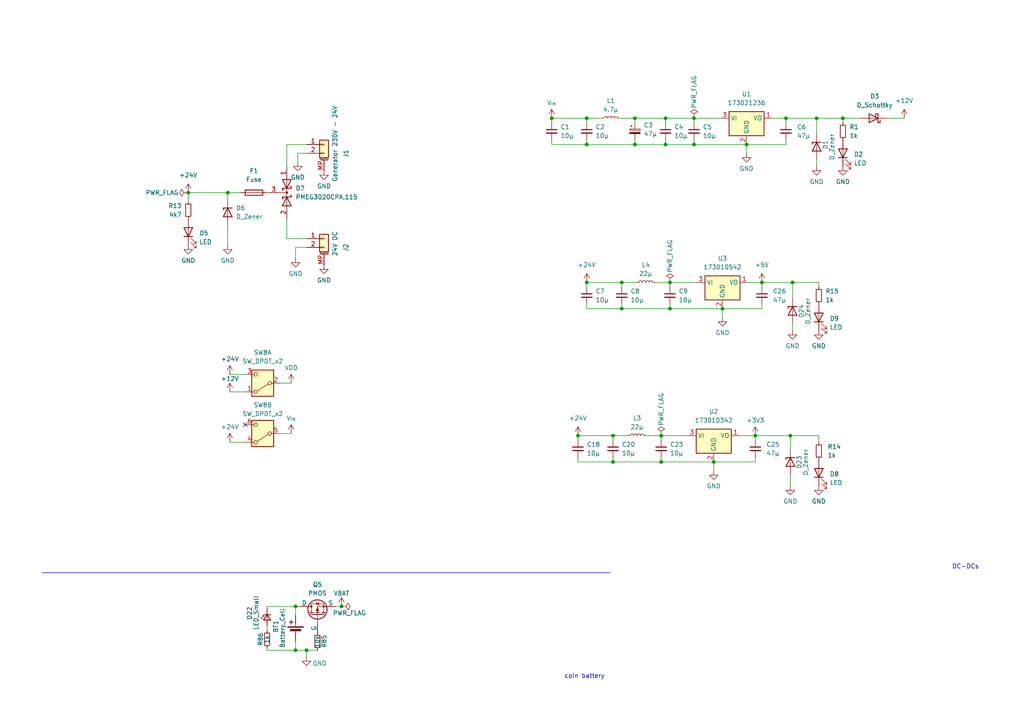
<source format=kicad_sch>
(kicad_sch (version 20250114) (generator "eeschema") (generator_version "9.0")
  (paper "A4")
  (lib_symbols
    (symbol "Connector_Generic_MountingPin:Conn_01x02_MountingPin" (pin_names (offset 1.016) (hide yes))
      (property "Reference" "J" (at 0 2.54 0))
      (property "Value" "Conn_01x02_MountingPin" (at 1.27 -5.08 0))
      (symbol "Conn_01x02_MountingPin_1_1"
        (rectangle (start -1.27 1.27) (end 1.27 -3.81) (stroke (width 0.254)) (fill (type background)))
        (rectangle (start -1.27 0.127) (end 0 -0.127) (stroke (width 0.1524)))
        (rectangle (start -1.27 -2.413) (end 0 -2.667) (stroke (width 0.1524)))
        (polyline (pts (xy -1.016 -4.572) (xy 1.016 -4.572)) (stroke (width 0.1524)))
        (text "Mounting" (at 0 -4.191 0) (effects (font (size 0.381 0.381))))
        (pin passive line (at -5.08 0 0) (length 3.81) (name "Pin_1") (number "1"))
        (pin passive line (at -5.08 -2.54 0) (length 3.81) (name "Pin_2") (number "2"))
        (pin passive line (at 0 -7.62 90) (length 3.048) (name "MountPin") (number "MP"))
      )
    )
    (symbol "D_Zener_1" (pin_numbers (hide yes)) (pin_names (offset 1.016) (hide yes))
      (property "Reference" "D1" (at -1.905 -2.54 0))
      (property "Value" "D_Zener" (at -3.81 -4.445 0))
      (symbol "D_Zener_1_0_1"
        (polyline (pts (xy -1.27 -1.27) (xy -1.27 1.27) (xy -0.762 1.27)) (stroke (width 0.254)))
        (polyline (pts (xy 1.27 0) (xy -1.27 0)))
        (polyline (pts (xy 1.27 -1.27) (xy 1.27 1.27) (xy -1.27 0) (xy 1.27 -1.27)) (stroke (width 0.254)))
      )
      (symbol "D_Zener_1_1_1"
        (pin passive line (at -3.81 0 0) (length 2.54) (name "K") (number "3"))
        (pin passive line (at 3.81 0 180) (length 2.54) (name "A") (number "1"))
      )
    )
    (symbol "Device:Battery_Cell" (pin_numbers (hide yes)) (pin_names (offset 0) (hide yes))
      (property "Reference" "BT" (at 2.54 2.54 0))
      (property "Value" "Battery_Cell" (at 2.54 0 0))
      (symbol "Battery_Cell_0_1"
        (rectangle (start -2.286 1.778) (end 2.286 1.524) (fill (type outline)))
        (rectangle (start -1.524 1.016) (end 1.524 0.508) (fill (type outline)))
        (polyline (pts (xy 0 1.778) (xy 0 2.54)))
        (polyline (pts (xy 0 0.762) (xy 0 0)))
        (polyline (pts (xy 0.762 3.048) (xy 1.778 3.048)) (stroke (width 0.254)))
        (polyline (pts (xy 1.27 3.556) (xy 1.27 2.54)) (stroke (width 0.254)))
      )
      (symbol "Battery_Cell_1_1"
        (pin passive line (at 0 5.08 270) (length 2.54) (name "+") (number "1"))
        (pin passive line (at 0 -2.54 90) (length 2.54) (name "-") (number "2"))
      )
    )
    (symbol "Device:C_Polarized_Small" (pin_numbers (hide yes)) (pin_names (offset 0.254) (hide yes))
      (property "Reference" "C" (at 0.254 1.778 0))
      (property "Value" "C_Polarized_Small" (at 0.254 -2.032 0))
      (symbol "C_Polarized_Small_0_1"
        (rectangle (start -1.524 0.6858) (end 1.524 0.3048))
        (rectangle (start -1.524 -0.3048) (end 1.524 -0.6858) (fill (type outline)))
        (polyline (pts (xy -1.27 1.524) (xy -0.762 1.524)))
        (polyline (pts (xy -1.016 1.27) (xy -1.016 1.778)))
      )
      (symbol "C_Polarized_Small_1_1"
        (pin passive line (at 0 2.54 270) (length 1.8542) (name "~") (number "1"))
        (pin passive line (at 0 -2.54 90) (length 1.8542) (name "~") (number "2"))
      )
    )
    (symbol "Device:C_Small" (pin_numbers (hide yes)) (pin_names (offset 0.254) (hide yes))
      (property "Reference" "C" (at 0.254 1.778 0))
      (property "Value" "C_Small" (at 0.254 -2.032 0))
      (symbol "C_Small_0_1"
        (polyline (pts (xy -1.524 0.508) (xy 1.524 0.508)) (stroke (width 0.3048)))
        (polyline (pts (xy -1.524 -0.508) (xy 1.524 -0.508)) (stroke (width 0.3302)))
      )
      (symbol "C_Small_1_1"
        (pin passive line (at 0 2.54 270) (length 2.032) (name "~") (number "1"))
        (pin passive line (at 0 -2.54 90) (length 2.032) (name "~") (number "2"))
      )
    )
    (symbol "Device:D_Schottky" (pin_numbers (hide yes)) (pin_names (offset 1.016) (hide yes))
      (property "Reference" "D3" (at -0.3175 -6.35 0))
      (property "Value" "D_Schottky" (at -0.3175 -3.81 0))
      (symbol "D_Schottky_0_1"
        (polyline (pts (xy -1.905 0.635) (xy -1.905 1.27) (xy -1.27 1.27) (xy -1.27 -1.27) (xy -0.635 -1.27) (xy -0.635 -0.635)) (stroke (width 0.254)))
        (polyline (pts (xy 1.27 1.27) (xy 1.27 -1.27) (xy -1.27 0) (xy 1.27 1.27)) (stroke (width 0.254)))
        (polyline (pts (xy 1.27 0) (xy -1.27 0)))
      )
      (symbol "D_Schottky_1_1"
        (pin passive line (at -3.81 0 0) (length 2.54) (name "K") (number "3"))
        (pin passive line (at 3.81 0 180) (length 2.54) (name "A") (number "2"))
      )
    )
    (symbol "Device:D_Schottky_Dual_CommonCathode_AAK" (pin_names (offset 0.762) (hide yes))
      (property "Reference" "D" (at 1.27 -2.54 0))
      (property "Value" "D_Schottky_Dual_CommonCathode_AAK" (at 0 2.54 0))
      (symbol "D_Schottky_Dual_CommonCathode_AAK_0_1"
        (polyline (pts (xy -3.81 1.27) (xy -1.27 0) (xy -3.81 -1.27) (xy -3.81 1.27) (xy -3.81 1.27) (xy -3.81 1.27)) (stroke (width 0.254)))
        (polyline (pts (xy -3.81 0) (xy 3.81 0)))
        (polyline (pts (xy -1.778 1.016) (xy -1.778 1.27) (xy -1.27 1.27) (xy -1.27 1.27) (xy -1.27 1.27)) (stroke (width 0.254)))
        (polyline (pts (xy -1.27 -1.27) (xy -1.27 1.27) (xy -1.27 1.27)) (stroke (width 0.254)))
        (polyline (pts (xy -1.27 -1.27) (xy -0.762 -1.27) (xy -0.762 -1.016) (xy -0.762 -1.016)) (stroke (width 0.254)))
        (polyline (pts (xy 0 0) (xy 0 -2.54)))
        (circle (center 0 0) (radius 0.254) (fill (type outline)))
        (polyline (pts (xy 1.27 1.27) (xy 0.762 1.27) (xy 0.762 1.016) (xy 0.762 1.016)) (stroke (width 0.254)))
        (polyline (pts (xy 1.27 -1.27) (xy 1.27 1.27) (xy 1.27 1.27)) (stroke (width 0.254)))
        (polyline (pts (xy 1.27 -1.27) (xy 1.778 -1.27) (xy 1.778 -1.016) (xy 1.778 -1.016)) (stroke (width 0.254)))
        (polyline (pts (xy 3.81 -1.27) (xy 1.27 0) (xy 3.81 1.27) (xy 3.81 -1.27) (xy 3.81 -1.27) (xy 3.81 -1.27)) (stroke (width 0.254)))
        (pin passive line (at -7.62 0 0) (length 3.81) (name "A") (number "1"))
        (pin passive line (at 0 -5.08 90) (length 2.54) (name "K") (number "3"))
        (pin passive line (at 7.62 0 180) (length 3.81) (name "A") (number "2"))
      )
    )
    (symbol "Device:D_Zener" (pin_numbers (hide yes)) (pin_names (offset 1.016) (hide yes))
      (property "Reference" "D" (at 0 2.54 0))
      (property "Value" "D_Zener" (at 0 -2.54 0))
      (symbol "D_Zener_0_1"
        (polyline (pts (xy -1.27 -1.27) (xy -1.27 1.27) (xy -0.762 1.27)) (stroke (width 0.254)))
        (polyline (pts (xy 1.27 0) (xy -1.27 0)))
        (polyline (pts (xy 1.27 -1.27) (xy 1.27 1.27) (xy -1.27 0) (xy 1.27 -1.27)) (stroke (width 0.254)))
      )
      (symbol "D_Zener_1_1"
        (pin passive line (at -3.81 0 0) (length 2.54) (name "K") (number "1"))
        (pin passive line (at 3.81 0 180) (length 2.54) (name "A") (number "2"))
      )
    )
    (symbol "Device:Fuse" (pin_numbers (hide yes)) (pin_names (offset 0))
      (property "Reference" "F" (at 2.032 0 90))
      (property "Value" "Fuse" (at -1.905 0 90))
      (symbol "Fuse_0_1"
        (rectangle (start -0.762 -2.54) (end 0.762 2.54) (stroke (width 0.254)))
        (polyline (pts (xy 0 2.54) (xy 0 -2.54)))
      )
      (symbol "Fuse_1_1"
        (pin passive line (at 0 3.81 270) (length 1.27) (name "~") (number "1"))
        (pin passive line (at 0 -3.81 90) (length 1.27) (name "~") (number "2"))
      )
    )
    (symbol "Device:LED" (pin_numbers (hide yes)) (pin_names (offset 1.016) (hide yes))
      (property "Reference" "D" (at 0 2.54 0))
      (property "Value" "LED" (at 0 -2.54 0))
      (symbol "LED_0_1"
        (polyline (pts (xy -3.048 -0.762) (xy -4.572 -2.286) (xy -3.81 -2.286) (xy -4.572 -2.286) (xy -4.572 -1.524)))
        (polyline (pts (xy -1.778 -0.762) (xy -3.302 -2.286) (xy -2.54 -2.286) (xy -3.302 -2.286) (xy -3.302 -1.524)))
        (polyline (pts (xy -1.27 0) (xy 1.27 0)))
        (polyline (pts (xy -1.27 -1.27) (xy -1.27 1.27)) (stroke (width 0.254)))
        (polyline (pts (xy 1.27 -1.27) (xy 1.27 1.27) (xy -1.27 0) (xy 1.27 -1.27)) (stroke (width 0.254)))
      )
      (symbol "LED_1_1"
        (pin passive line (at -3.81 0 0) (length 2.54) (name "K") (number "1"))
        (pin passive line (at 3.81 0 180) (length 2.54) (name "A") (number "2"))
      )
    )
    (symbol "Device:LED_Small" (pin_numbers (hide yes)) (pin_names (offset 0.254) (hide yes))
      (property "Reference" "D" (at -1.27 3.175 0))
      (property "Value" "LED_Small" (at -4.445 -2.54 0))
      (symbol "LED_Small_0_1"
        (polyline (pts (xy -0.762 -1.016) (xy -0.762 1.016)) (stroke (width 0.254)))
        (polyline (pts (xy 0 0.762) (xy -0.508 1.27) (xy -0.254 1.27) (xy -0.508 1.27) (xy -0.508 1.016)))
        (polyline (pts (xy 0.508 1.27) (xy 0 1.778) (xy 0.254 1.778) (xy 0 1.778) (xy 0 1.524)))
        (polyline (pts (xy 0.762 -1.016) (xy -0.762 0) (xy 0.762 1.016) (xy 0.762 -1.016)) (stroke (width 0.254)))
        (polyline (pts (xy 1.016 0) (xy -0.762 0)))
      )
      (symbol "LED_Small_1_1"
        (pin passive line (at -2.54 0 0) (length 1.778) (name "K") (number "1"))
        (pin passive line (at 2.54 0 180) (length 1.778) (name "A") (number "2"))
      )
    )
    (symbol "Device:L_Small" (pin_numbers (hide yes)) (pin_names (offset 0.254) (hide yes))
      (property "Reference" "L" (at 0.762 1.016 0))
      (property "Value" "L_Small" (at 0.762 -1.016 0))
      (symbol "L_Small_0_1"
        (arc (start 0 2.032) (mid 0.5058 1.524) (end 0 1.016))
        (arc (start 0 1.016) (mid 0.5058 0.508) (end 0 0))
        (arc (start 0 0) (mid 0.5058 -0.508) (end 0 -1.016))
        (arc (start 0 -1.016) (mid 0.5058 -1.524) (end 0 -2.032))
      )
      (symbol "L_Small_1_1"
        (pin passive line (at 0 2.54 270) (length 0.508) (name "~") (number "1"))
        (pin passive line (at 0 -2.54 90) (length 0.508) (name "~") (number "2"))
      )
    )
    (symbol "Device:R_Small" (pin_numbers (hide yes)) (pin_names (offset 0.254) (hide yes))
      (property "Reference" "R" (at 0.762 0.508 0))
      (property "Value" "R_Small" (at 0.762 -1.016 0))
      (symbol "R_Small_0_1"
        (rectangle (start -0.762 1.778) (end 0.762 -1.778) (stroke (width 0.2032)))
      )
      (symbol "R_Small_1_1"
        (pin passive line (at 0 2.54 270) (length 0.762) (name "~") (number "1"))
        (pin passive line (at 0 -2.54 90) (length 0.762) (name "~") (number "2"))
      )
    )
    (symbol "LD1117S12TR_SOT223_1"
      (property "Reference" "U2" (at 0 6.985 0))
      (property "Value" "173010342" (at 0 4.445 0))
      (symbol "LD1117S12TR_SOT223_1_0_1"
        (rectangle (start -5.08 -5.08) (end 5.08 1.905) (stroke (width 0.254)) (fill (type background)))
      )
      (symbol "LD1117S12TR_SOT223_1_1_1"
        (pin power_in line (at -7.62 0 0) (length 2.54) (name "VI") (number "3"))
        (pin power_in line (at 0 -7.62 90) (length 2.54) (name "GND") (number "2"))
        (pin power_out line (at 7.62 0 180) (length 2.54) (name "VO") (number "1"))
      )
    )
    (symbol "Regulator_Linear:LD1117S12TR_SOT223"
      (property "Reference" "U3" (at 0 6.985 0))
      (property "Value" "173020536" (at 0 4.445 0))
      (symbol "LD1117S12TR_SOT223_0_1"
        (rectangle (start -5.08 -5.08) (end 5.08 1.905) (stroke (width 0.254)) (fill (type background)))
      )
      (symbol "LD1117S12TR_SOT223_1_1"
        (pin power_in line (at -7.62 0 0) (length 2.54) (name "VI") (number "3"))
        (pin power_in line (at 0 -7.62 90) (length 2.54) (name "GND") (number "2"))
        (pin power_out line (at 7.62 0 180) (length 2.54) (name "VO") (number "1"))
      )
    )
    (symbol "Simulation_SPICE:PMOS" (pin_numbers (hide yes)) (pin_names (offset 0))
      (property "Reference" "Q" (at 5.08 1.27 0))
      (property "Value" "PMOS" (at 5.08 -1.27 0))
      (symbol "PMOS_0_1"
        (polyline (pts (xy 0.254 1.905) (xy 0.254 -1.905)) (stroke (width 0.254)))
        (polyline (pts (xy 0.254 0) (xy -2.54 0)))
        (polyline (pts (xy 0.762 2.286) (xy 0.762 1.27)) (stroke (width 0.254)))
        (polyline (pts (xy 0.762 1.778) (xy 3.302 1.778) (xy 3.302 -1.778) (xy 0.762 -1.778)))
        (polyline (pts (xy 0.762 0.508) (xy 0.762 -0.508)) (stroke (width 0.254)))
        (polyline (pts (xy 0.762 -1.27) (xy 0.762 -2.286)) (stroke (width 0.254)))
        (circle (center 1.651 0) (radius 2.794) (stroke (width 0.254)))
        (polyline (pts (xy 2.286 0) (xy 1.27 0.381) (xy 1.27 -0.381) (xy 2.286 0)) (fill (type outline)))
        (polyline (pts (xy 2.54 2.54) (xy 2.54 1.778)))
        (circle (center 2.54 1.778) (radius 0.254) (fill (type outline)))
        (circle (center 2.54 -1.778) (radius 0.254) (fill (type outline)))
        (polyline (pts (xy 2.54 -2.54) (xy 2.54 0) (xy 0.762 0)))
        (polyline (pts (xy 2.794 -0.508) (xy 2.921 -0.381) (xy 3.683 -0.381) (xy 3.81 -0.254)))
        (polyline (pts (xy 3.302 -0.381) (xy 2.921 0.254) (xy 3.683 0.254) (xy 3.302 -0.381)))
      )
      (symbol "PMOS_1_1"
        (pin input line (at -5.08 0 0) (length 2.54) (name "G") (number "2"))
        (pin passive line (at 2.54 5.08 270) (length 2.54) (name "D") (number "1"))
        (pin passive line (at 2.54 -5.08 90) (length 2.54) (name "S") (number "3"))
      )
    )
    (symbol "Switch:SW_DPDT_x2" (pin_names (offset 0) (hide yes))
      (property "Reference" "SW" (at 0 5.08 0))
      (property "Value" "SW_DPDT_x2" (at 0 -5.08 0))
      (symbol "SW_DPDT_x2_0_0"
        (circle (center -2.032 0) (radius 0.508))
        (circle (center 2.032 -2.54) (radius 0.508))
      )
      (symbol "SW_DPDT_x2_0_1"
        (rectangle (start -3.175 3.81) (end 3.175 -3.81) (stroke (width 0.254)) (fill (type background)))
        (polyline (pts (xy -1.524 0.254) (xy 1.5748 2.286)))
        (circle (center 2.032 2.54) (radius 0.508))
      )
      (symbol "SW_DPDT_x2_1_1"
        (pin passive line (at -5.08 0 0) (length 2.54) (name "B") (number "2"))
        (pin passive line (at 5.08 2.54 180) (length 2.54) (name "A") (number "1"))
        (pin passive line (at 5.08 -2.54 180) (length 2.54) (name "C") (number "3"))
      )
      (symbol "SW_DPDT_x2_2_1"
        (pin passive line (at -5.08 0 0) (length 2.54) (name "B") (number "5"))
        (pin passive line (at 5.08 2.54 180) (length 2.54) (name "A") (number "4"))
        (pin passive line (at 5.08 -2.54 180) (length 2.54) (name "C") (number "6"))
      )
    )
    (symbol "power:+12V" (power) (pin_numbers (hide yes)) (pin_names (offset 0) (hide yes))
      (property "Value" "+12V" (at 0 3.556 0))
      (symbol "+12V_0_1"
        (polyline (pts (xy -0.762 1.27) (xy 0 2.54)))
        (polyline (pts (xy 0 2.54) (xy 0.762 1.27)))
        (polyline (pts (xy 0 0) (xy 0 2.54)))
      )
      (symbol "+12V_1_1"
        (pin power_in line (at 0 0 90) (length 0) (name "~") (number "1"))
      )
    )
    (symbol "power:+24V" (power) (pin_numbers (hide yes)) (pin_names (offset 0) (hide yes))
      (property "Value" "+24V" (at 0 3.556 0))
      (symbol "+24V_0_1"
        (polyline (pts (xy -0.762 1.27) (xy 0 2.54)))
        (polyline (pts (xy 0 2.54) (xy 0.762 1.27)))
        (polyline (pts (xy 0 0) (xy 0 2.54)))
      )
      (symbol "+24V_1_1"
        (pin power_in line (at 0 0 90) (length 0) (name "~") (number "1"))
      )
    )
    (symbol "power:+3V3" (power) (pin_numbers (hide yes)) (pin_names (offset 0) (hide yes))
      (property "Value" "+3V3" (at 0 3.556 0))
      (symbol "+3V3_0_1"
        (polyline (pts (xy -0.762 1.27) (xy 0 2.54)))
        (polyline (pts (xy 0 2.54) (xy 0.762 1.27)))
        (polyline (pts (xy 0 0) (xy 0 2.54)))
      )
      (symbol "+3V3_1_1"
        (pin power_in line (at 0 0 90) (length 0) (name "~") (number "1"))
      )
    )
    (symbol "power:+5V" (power) (pin_numbers (hide yes)) (pin_names (offset 0) (hide yes))
      (property "Value" "+5V" (at 0 3.556 0))
      (symbol "+5V_0_1"
        (polyline (pts (xy -0.762 1.27) (xy 0 2.54)))
        (polyline (pts (xy 0 2.54) (xy 0.762 1.27)))
        (polyline (pts (xy 0 0) (xy 0 2.54)))
      )
      (symbol "+5V_1_1"
        (pin power_in line (at 0 0 90) (length 0) (name "~") (number "1"))
      )
    )
    (symbol "power:GND" (power) (pin_numbers (hide yes)) (pin_names (offset 0) (hide yes))
      (property "Value" "GND" (at 0 -3.81 0))
      (symbol "GND_0_1"
        (polyline (pts (xy 0 0) (xy 0 -1.27) (xy 1.27 -1.27) (xy 0 -2.54) (xy -1.27 -1.27) (xy 0 -1.27)))
      )
      (symbol "GND_1_1"
        (pin power_in line (at 0 0 270) (length 0) (name "~") (number "1"))
      )
    )
    (symbol "power:PWR_FLAG" (power) (pin_numbers (hide yes)) (pin_names (offset 0) (hide yes))
      (property "Value" "PWR_FLAG" (at 0 3.81 0))
      (symbol "PWR_FLAG_0_0"
        (pin power_out line (at 0 0 90) (length 0) (name "~") (number "1"))
      )
      (symbol "PWR_FLAG_0_1"
        (polyline (pts (xy 0 0) (xy 0 1.27) (xy -1.016 1.905) (xy 0 2.54) (xy 1.016 1.905) (xy 0 1.27)))
      )
    )
    (symbol "power:VDD" (power) (pin_numbers (hide yes)) (pin_names (offset 0) (hide yes))
      (property "Value" "VDD" (at 0 3.556 0))
      (symbol "VDD_0_1"
        (polyline (pts (xy -0.762 1.27) (xy 0 2.54)))
        (polyline (pts (xy 0 2.54) (xy 0.762 1.27)))
        (polyline (pts (xy 0 0) (xy 0 2.54)))
      )
      (symbol "VDD_1_1"
        (pin power_in line (at 0 0 90) (length 0) (name "~") (number "1"))
      )
    )
  )
  (text "coin battery" (at 169.545 196.215 0) (effects (font (size 1.27 1.27))))
  (text "DC-DCs" (at 280.035 164.465 0) (effects (font (size 1.27 1.27))))
  (junction (at 207.01 133.985))
  (junction (at 227.965 34.29))
  (junction (at 201.295 41.91))
  (junction (at 85.725 188.595))
  (junction (at 54.61 55.88))
  (junction (at 191.77 126.365))
  (junction (at 180.34 81.915))
  (junction (at 229.87 81.915))
  (junction (at 85.725 175.895))
  (junction (at 219.075 126.365))
  (junction (at 194.31 81.915))
  (junction (at 170.18 34.29))
  (junction (at 170.18 81.915))
  (junction (at 177.8 126.365))
  (junction (at 191.77 133.985))
  (junction (at 88.9 188.595))
  (junction (at 160.02 34.29))
  (junction (at 177.8 133.985))
  (junction (at 201.295 34.29))
  (junction (at 229.235 126.365))
  (junction (at 99.06 175.895))
  (junction (at 170.18 41.91))
  (junction (at 220.98 81.915))
  (junction (at 216.535 41.91))
  (junction (at 244.475 34.29))
  (junction (at 180.34 89.535))
  (junction (at 66.04 55.88))
  (junction (at 184.15 34.29))
  (junction (at 236.855 34.29))
  (junction (at 193.04 34.29))
  (junction (at 209.55 89.535))
  (junction (at 167.64 126.365))
  (junction (at 184.15 41.91))
  (junction (at 194.31 89.535))
  (junction (at 193.04 41.91))
  (no_connect (at 71.12 123.19))
  (wire (pts (xy 180.34 81.915) (xy 184.785 81.915)))
  (wire (pts (xy 83.185 69.215) (xy 83.185 63.5)))
  (wire (pts (xy 229.87 81.915) (xy 220.98 81.915)))
  (wire (pts (xy 236.855 34.29) (xy 236.855 38.735)))
  (wire (pts (xy 180.34 88.265) (xy 180.34 89.535)))
  (wire (pts (xy 83.185 41.91) (xy 88.9 41.91)))
  (wire (pts (xy 167.64 126.365) (xy 167.64 127.635)))
  (wire (pts (xy 184.15 34.29) (xy 184.15 35.56)))
  (wire (pts (xy 220.98 88.265) (xy 220.98 89.535)))
  (wire (pts (xy 160.02 34.29) (xy 170.18 34.29)))
  (wire (pts (xy 220.98 89.535) (xy 209.55 89.535)))
  (wire (pts (xy 170.18 40.64) (xy 170.18 41.91)))
  (wire (pts (xy 77.47 182.88) (xy 77.47 181.61)))
  (wire (pts (xy 191.77 133.985) (xy 207.01 133.985)))
  (wire (pts (xy 229.235 130.175) (xy 229.235 126.365)))
  (wire (pts (xy 54.61 55.88) (xy 66.04 55.88)))
  (wire (pts (xy 77.47 55.88) (xy 78.105 55.88)))
  (wire (pts (xy 214.63 126.365) (xy 219.075 126.365)))
  (wire (pts (xy 193.04 34.29) (xy 193.04 35.56)))
  (wire (pts (xy 236.855 46.355) (xy 236.855 48.26)))
  (wire (pts (xy 219.075 126.365) (xy 219.075 127.635)))
  (wire (pts (xy 66.675 128.27) (xy 71.12 128.27)))
  (wire (pts (xy 244.475 34.29) (xy 249.555 34.29)))
  (wire (pts (xy 167.64 133.985) (xy 177.8 133.985)))
  (wire (pts (xy 160.02 34.29) (xy 160.02 35.56)))
  (wire (pts (xy 177.8 126.365) (xy 182.245 126.365)))
  (wire (pts (xy 88.9 188.595) (xy 92.075 188.595)))
  (wire (pts (xy 194.31 81.915) (xy 194.31 83.185)))
  (wire (pts (xy 224.155 34.29) (xy 227.965 34.29)))
  (wire (pts (xy 179.705 34.29) (xy 184.15 34.29)))
  (wire (pts (xy 170.18 34.29) (xy 170.18 35.56)))
  (wire (pts (xy 85.725 188.595) (xy 88.9 188.595)))
  (wire (pts (xy 66.04 55.88) (xy 69.85 55.88)))
  (wire (pts (xy 81.28 111.125) (xy 84.455 111.125)))
  (wire (pts (xy 194.31 89.535) (xy 209.55 89.535)))
  (wire (pts (xy 201.295 41.91) (xy 216.535 41.91)))
  (wire (pts (xy 201.295 34.29) (xy 201.295 35.56)))
  (wire (pts (xy 187.325 126.365) (xy 191.77 126.365)))
  (wire (pts (xy 184.15 40.64) (xy 184.15 41.91)))
  (wire (pts (xy 66.04 65.405) (xy 66.04 71.12)))
  (wire (pts (xy 257.175 34.29) (xy 262.255 34.29)))
  (wire (pts (xy 227.965 34.29) (xy 227.965 35.56)))
  (wire (pts (xy 97.155 175.895) (xy 99.06 175.895)))
  (wire (pts (xy 85.725 175.895) (xy 86.995 175.895)))
  (wire (pts (xy 209.55 89.535) (xy 209.55 92.075)))
  (wire (pts (xy 191.77 126.365) (xy 199.39 126.365)))
  (wire (pts (xy 77.47 187.96) (xy 77.47 188.595)))
  (wire (pts (xy 184.15 34.29) (xy 193.04 34.29)))
  (wire (pts (xy 244.475 35.56) (xy 244.475 34.29)))
  (wire (pts (xy 170.18 81.915) (xy 170.18 83.185)))
  (wire (pts (xy 77.47 175.895) (xy 85.725 175.895)))
  (wire (pts (xy 77.47 176.53) (xy 77.47 175.895)))
  (wire (pts (xy 177.8 132.715) (xy 177.8 133.985)))
  (wire (pts (xy 191.77 126.365) (xy 191.77 127.635)))
  (wire (pts (xy 201.295 40.64) (xy 201.295 41.91)))
  (wire (pts (xy 193.04 34.29) (xy 201.295 34.29)))
  (wire (pts (xy 207.01 133.985) (xy 207.01 136.525)))
  (wire (pts (xy 220.98 81.915) (xy 220.98 83.185)))
  (wire (pts (xy 170.18 89.535) (xy 180.34 89.535)))
  (wire (pts (xy 180.34 89.535) (xy 194.31 89.535)))
  (wire (pts (xy 88.9 69.215) (xy 83.185 69.215)))
  (wire (pts (xy 193.04 40.64) (xy 193.04 41.91)))
  (wire (pts (xy 189.865 81.915) (xy 194.31 81.915)))
  (wire (pts (xy 237.49 83.185) (xy 237.49 81.915)))
  (wire (pts (xy 193.04 41.91) (xy 201.295 41.91)))
  (wire (pts (xy 170.18 41.91) (xy 184.15 41.91)))
  (wire (pts (xy 237.49 126.365) (xy 237.49 128.27)))
  (wire (pts (xy 229.87 81.915) (xy 229.87 86.36)))
  (wire (pts (xy 170.18 88.265) (xy 170.18 89.535)))
  (wire (pts (xy 83.185 48.26) (xy 83.185 41.91)))
  (wire (pts (xy 86.36 44.45) (xy 86.36 46.99)))
  (wire (pts (xy 227.965 40.64) (xy 227.965 41.91)))
  (wire (pts (xy 244.475 34.29) (xy 236.855 34.29)))
  (wire (pts (xy 177.8 126.365) (xy 177.8 127.635)))
  (wire (pts (xy 66.04 55.88) (xy 66.04 57.785)))
  (wire (pts (xy 88.9 188.595) (xy 88.9 190.5)))
  (wire (pts (xy 170.18 34.29) (xy 174.625 34.29)))
  (wire (pts (xy 227.965 41.91) (xy 216.535 41.91)))
  (wire (pts (xy 160.02 41.91) (xy 170.18 41.91)))
  (wire (pts (xy 170.18 81.915) (xy 180.34 81.915)))
  (wire (pts (xy 85.725 186.055) (xy 85.725 188.595)))
  (wire (pts (xy 86.36 44.45) (xy 88.9 44.45)))
  (wire (pts (xy 81.28 125.73) (xy 84.455 125.73)))
  (wire (pts (xy 237.49 81.915) (xy 229.87 81.915)))
  (wire (pts (xy 219.075 126.365) (xy 229.235 126.365)))
  (wire (pts (xy 177.8 133.985) (xy 191.77 133.985)))
  (wire (pts (xy 85.725 178.435) (xy 85.725 175.895)))
  (wire (pts (xy 229.235 126.365) (xy 237.49 126.365)))
  (wire (pts (xy 217.17 81.915) (xy 220.98 81.915)))
  (wire (pts (xy 167.64 126.365) (xy 177.8 126.365)))
  (wire (pts (xy 167.64 132.715) (xy 167.64 133.985)))
  (wire (pts (xy 85.725 71.755) (xy 85.725 74.93)))
  (wire (pts (xy 54.61 58.42) (xy 54.61 55.88)))
  (wire (pts (xy 191.77 132.715) (xy 191.77 133.985)))
  (wire (pts (xy 66.675 108.585) (xy 71.12 108.585)))
  (wire (pts (xy 184.15 41.91) (xy 193.04 41.91)))
  (wire (pts (xy 194.31 88.265) (xy 194.31 89.535)))
  (wire (pts (xy 88.9 71.755) (xy 85.725 71.755)))
  (wire (pts (xy 207.01 133.985) (xy 219.075 133.985)))
  (wire (pts (xy 236.855 34.29) (xy 227.965 34.29)))
  (wire (pts (xy 219.075 132.715) (xy 219.075 133.985)))
  (wire (pts (xy 180.34 81.915) (xy 180.34 83.185)))
  (wire (pts (xy 160.02 40.64) (xy 160.02 41.91)))
  (wire (pts (xy 229.87 93.98) (xy 229.87 95.885)))
  (wire (pts (xy 194.31 81.915) (xy 201.93 81.915)))
  (polyline (pts (xy 177.038 166.116) (xy 12.192 166.116)))
  (wire (pts (xy 66.675 113.665) (xy 71.12 113.665)))
  (wire (pts (xy 77.47 188.595) (xy 85.725 188.595)))
  (wire (pts (xy 229.235 137.795) (xy 229.235 140.97)))
  (wire (pts (xy 216.535 41.91) (xy 216.535 44.45)))
  (wire (pts (xy 201.295 34.29) (xy 208.915 34.29)))
  (symbol (lib_id "power:GND") (at 207.01 136.525 0) (unit 1)
    (property "Reference" "#PWR025" (effects (hide yes)))
    (property "Value" "GND" (at 207.01 140.97 0))
    (property "Description" "Power symbol creates a global label with name \"GND\" , ground" (effects (hide yes)))
  )
  (symbol (lib_id "power:PWR_FLAG") (at 54.61 55.88 90) (unit 1)
    (property "Reference" "#FLG01" (effects (hide yes)))
    (property "Value" "PWR_FLAG" (at 46.99 55.88 90))
    (property "Description" "Special symbol for telling ERC where power comes from" (effects (hide yes)))
  )
  (symbol (lib_id "Connector_Generic_MountingPin:Conn_01x02_MountingPin") (at 93.98 41.91 0) (unit 1)
    (property "Reference" "J1" (at 100.33 45.72 90) (effects (justify left)))
    (property "Value" "Generator 230V - 24V" (at 97.155 52.705 90) (effects (justify left)))
    (property "Footprint" "FaSTTUBe_connectors:Micro_Mate-N-Lok_2p_vertical" (effects (hide yes)))
    (property "Description" "Generic connectable mounting pin connector, single row, 01x02, script generated (kicad-library-utils/schlib/autogen/connector/)" (effects (hide yes)))
  )
  (symbol (lib_name "D_Zener_1") (lib_id "Device:D_Zener") (at 236.855 42.545 90) (mirror x) (unit 1)
    (property "Reference" "D1" (at 239.395 40.64 0) (effects (justify left)))
    (property "Value" "D_Zener" (at 241.3 38.735 0) (effects (justify left)))
    (property "Footprint" "Package_TO_SOT_SMD:SOT-23-3" (effects (hide yes)))
    (property "Datasheet" "https://www.onsemi.com/products/discrete-power-modules/zener-diodes/mmsz" (effects (hide yes)))
    (property "Description" "MMSZ24T1G" (effects (hide yes)))
  )
  (symbol (lib_id "Device:C_Small") (at 193.04 38.1 0) (unit 1)
    (property "Reference" "C4" (at 195.58 36.8362 0) (effects (justify left)))
    (property "Value" "10µ" (at 195.58 39.3762 0) (effects (justify left)))
    (property "Footprint" "Capacitor_SMD:C_1206_3216Metric" (effects (hide yes)))
    (property "Description" "Unpolarized capacitor, X5R" (effects (hide yes)))
  )
  (symbol (lib_id "power:+24V") (at 54.61 55.88 0) (unit 1)
    (property "Reference" "#PWR022" (effects (hide yes)))
    (property "Value" "+24V" (at 54.61 50.8 0))
    (property "Description" "Power symbol creates a global label with name \"+24V\"" (effects (hide yes)))
  )
  (symbol (lib_id "Device:C_Small") (at 167.64 130.175 0) (unit 1)
    (property "Reference" "C18" (at 170.18 128.9112 0) (effects (justify left)))
    (property "Value" "10µ" (at 170.18 131.4512 0) (effects (justify left)))
    (property "Footprint" "Capacitor_SMD:C_1206_3216Metric" (effects (hide yes)))
    (property "Description" "Unpolarized capacitor, X5R" (effects (hide yes)))
  )
  (symbol (lib_id "Device:R_Small") (at 92.075 186.055 0) (unit 1)
    (property "Reference" "R85" (at 93.98 187.96 90) (effects (justify left)))
    (property "Value" "10k" (at 92.075 187.96 90) (effects (justify left)))
    (property "Footprint" "Resistor_SMD:R_0603_1608Metric" (effects (hide yes)))
    (property "Description" "Resistor, small symbol" (effects (hide yes)))
  )
  (symbol (lib_id "power:GND") (at 88.9 190.5 0) (unit 1)
    (property "Reference" "#PWR0200" (effects (hide yes)))
    (property "Value" "GND" (at 92.71 192.405 0))
    (property "Description" "Power symbol creates a global label with name \"GND\" , ground" (effects (hide yes)))
  )
  (symbol (lib_id "Device:LED_Small") (at 77.47 179.07 90) (mirror x) (unit 1)
    (property "Reference" "D22" (at 72.39 175.895 0) (effects (justify left)))
    (property "Value" "LED_Small" (at 74.295 172.72 0) (effects (justify left)))
    (property "Footprint" "LED_SMD:LED_0603_1608Metric" (effects (hide yes)))
    (property "Description" "Light emitting diode, small symbol" (effects (hide yes)))
    (property "Sim.Pin" "1=K 2=A" (effects (hide yes)))
  )
  (symbol (lib_id "Device:LED") (at 244.475 44.45 90) (unit 1)
    (property "Reference" "D2" (at 247.65 44.7674 90) (effects (justify right)))
    (property "Value" "LED" (at 247.65 47.3074 90) (effects (justify right)))
    (property "Footprint" "LED_SMD:LED_0603_1608Metric" (effects (hide yes)))
    (property "Description" "Light emitting diode" (effects (hide yes)))
  )
  (symbol (lib_id "power:+3V3") (at 219.075 126.365 0) (unit 1)
    (property "Reference" "#PWR029" (effects (hide yes)))
    (property "Value" "+3V3" (at 219.075 121.92 0))
    (property "Description" "Power symbol creates a global label with name \"+3V3\"" (effects (hide yes)))
  )
  (symbol (lib_id "Regulator_Linear:LD1117S12TR_SOT223") (at 216.535 34.29 0) (unit 1)
    (property "Reference" "U1" (at 216.535 27.305 0))
    (property "Value" "173021236" (at 216.535 29.845 0))
    (property "Footprint" "Charger:173010542" (effects (hide yes)))
    (property "Datasheet" "https://www.we-online.com/components/products/datasheet/173021236.pdf" (effects (hide yes)))
    (property "Description" "800mA Fixed Low Drop Positive Voltage Regulator, Fixed Output 1.2V, SOT-223" (effects (hide yes)))
  )
  (symbol (lib_id "Device:C_Polarized_Small") (at 184.15 38.1 0) (unit 1)
    (property "Reference" "C3" (at 186.69 36.2838 0) (effects (justify left)))
    (property "Value" "47µ" (at 186.69 38.8238 0) (effects (justify left)))
    (property "Footprint" "Capacitor_SMD:CP_Elec_6.3x7.7" (effects (hide yes)))
    (property "Datasheet" "https://www.we-online.com/components/products/datasheet/865060645008.pdf" (effects (hide yes)))
    (property "Description" "865060645008" (effects (hide yes)))
  )
  (symbol (lib_id "power:+5V") (at 220.98 81.915 0) (unit 1)
    (property "Reference" "#PWR032" (effects (hide yes)))
    (property "Value" "+5V" (at 220.98 76.835 0))
    (property "Description" "Power symbol creates a global label with name \"+5V\"" (effects (hide yes)))
  )
  (symbol (lib_id "power:PWR_FLAG") (at 191.77 126.365 0) (unit 1)
    (property "Reference" "#FLG02" (effects (hide yes)))
    (property "Value" "PWR_FLAG" (at 191.77 118.745 90))
    (property "Description" "Special symbol for telling ERC where power comes from" (effects (hide yes)))
  )
  (symbol (lib_id "Device:L_Small") (at 177.165 34.29 90) (unit 1)
    (property "Reference" "L1" (at 177.165 29.21 90))
    (property "Value" "4.7µ" (at 177.165 31.75 90))
    (property "Footprint" "Inductor_SMD:L_Wuerth_WE-PD2-Typ-MS" (effects (hide yes)))
    (property "Datasheet" "https://www.we-online.com/components/products/datasheet/744774047.pdf" (effects (hide yes)))
    (property "Description" "744774047" (effects (hide yes)))
  )
  (symbol (lib_id "Device:C_Small") (at 191.77 130.175 0) (unit 1)
    (property "Reference" "C23" (at 194.31 128.9112 0) (effects (justify left)))
    (property "Value" "10µ" (at 194.31 131.4512 0) (effects (justify left)))
    (property "Footprint" "Capacitor_SMD:C_1206_3216Metric" (effects (hide yes)))
    (property "Description" "Unpolarized capacitor, X5R" (effects (hide yes)))
  )
  (symbol (lib_id "Switch:SW_DPDT_x2") (at 76.2 125.73 180) (unit 2)
    (property "Reference" "SW8" (at 76.2 117.475 0))
    (property "Value" "SW_DPDT_x2" (at 76.2 120.015 0))
    (property "Footprint" "FaSTTUBe_connectors:Micro_Mate-N-Lok_4p_vertical" (effects (hide yes)))
    (property "Description" "Switch, dual pole double throw, separate symbols" (effects (hide yes)))
  )
  (symbol (lib_id "Device:Battery_Cell") (at 85.725 183.515 0) (mirror y) (unit 1)
    (property "Reference" "BT1" (at 80.01 183.515 90) (effects (justify left)))
    (property "Value" "Battery_Cell" (at 81.915 187.96 90) (effects (justify left)))
    (property "Footprint" "Battery:BatteryHolder_Multicomp_BC-2001_1x2032" (effects (hide yes)))
    (property "Description" "Single-cell battery" (effects (hide yes)))
  )
  (symbol (lib_id "Device:LED") (at 237.49 92.075 90) (unit 1)
    (property "Reference" "D9" (at 240.665 92.3924 90) (effects (justify right)))
    (property "Value" "LED" (at 240.665 94.9324 90) (effects (justify right)))
    (property "Footprint" "LED_SMD:LED_0603_1608Metric" (effects (hide yes)))
    (property "Description" "Light emitting diode" (effects (hide yes)))
  )
  (symbol (lib_id "power:GND") (at 244.475 48.26 0) (unit 1)
    (property "Reference" "#PWR05" (effects (hide yes)))
    (property "Value" "GND" (at 244.475 52.705 0))
    (property "Description" "Power symbol creates a global label with name \"GND\" , ground" (effects (hide yes)))
  )
  (symbol (lib_id "power:VDD") (at 84.455 111.125 0) (unit 1)
    (property "Reference" "#PWR010" (effects (hide yes)))
    (property "Value" "VDD" (at 84.455 106.68 0))
    (property "Description" "Power symbol creates a global label with name \"VDD\"" (effects (hide yes)))
  )
  (symbol (lib_id "Device:LED") (at 54.61 67.31 90) (unit 1)
    (property "Reference" "D5" (at 57.785 67.6274 90) (effects (justify right)))
    (property "Value" "LED" (at 57.785 70.1674 90) (effects (justify right)))
    (property "Footprint" "LED_SMD:LED_0603_1608Metric" (effects (hide yes)))
    (property "Description" "Light emitting diode" (effects (hide yes)))
  )
  (symbol (lib_id "Device:C_Small") (at 160.02 38.1 0) (unit 1)
    (property "Reference" "C1" (at 162.56 36.8362 0) (effects (justify left)))
    (property "Value" "10µ" (at 162.56 39.3762 0) (effects (justify left)))
    (property "Footprint" "Capacitor_SMD:C_1206_3216Metric" (effects (hide yes)))
    (property "Description" "Unpolarized capacitor, X5R" (effects (hide yes)))
  )
  (symbol (lib_id "power:GND") (at 237.49 95.885 0) (unit 1)
    (property "Reference" "#PWR034" (effects (hide yes)))
    (property "Value" "GND" (at 237.49 100.33 0))
    (property "Description" "Power symbol creates a global label with name \"GND\" , ground" (effects (hide yes)))
  )
  (symbol (lib_name "LD1117S12TR_SOT223_1") (lib_id "Regulator_Linear:LD1117S12TR_SOT223") (at 207.01 126.365 0) (unit 1)
    (property "Reference" "U2" (at 207.01 119.38 0))
    (property "Value" "173010342" (at 207.01 121.92 0))
    (property "Footprint" "Charger:173010542" (effects (hide yes)))
    (property "Datasheet" "https://www.we-online.com/components/products/datasheet/173010342.pdf" (effects (hide yes)))
    (property "Description" "800mA Fixed Low Drop Positive Voltage Regulator, Fixed Output 1.2V, SOT-223" (effects (hide yes)))
  )
  (symbol (lib_id "Device:R_Small") (at 54.61 60.96 0) (mirror y) (unit 1)
    (property "Reference" "R13" (at 52.705 59.6899 0) (effects (justify left)))
    (property "Value" "4k7" (at 52.705 62.2299 0) (effects (justify left)))
    (property "Footprint" "Resistor_SMD:R_0603_1608Metric" (effects (hide yes)))
    (property "Description" "Resistor, small symbol" (effects (hide yes)))
  )
  (symbol (lib_id "power:PWR_FLAG") (at 99.06 175.895 270) (unit 1)
    (property "Reference" "#FLG08" (effects (hide yes)))
    (property "Value" "PWR_FLAG" (at 96.52 177.8 90) (effects (justify left)))
    (property "Description" "Special symbol for telling ERC where power comes from" (effects (hide yes)))
  )
  (symbol (lib_id "Device:D_Zener") (at 229.87 90.17 90) (mirror x) (unit 1)
    (property "Reference" "D24" (at 232.41 88.265 0) (effects (justify left)))
    (property "Value" "D_Zener" (at 234.315 86.36 0) (effects (justify left)))
    (property "Footprint" "Diode_SMD:D_SOD-123F" (effects (hide yes)))
    (property "Datasheet" "https://www.onsemi.com/products/discrete-power-modules/zener-diodes/mmsz" (effects (hide yes)))
    (property "Description" "MMSZ24T1G" (effects (hide yes)))
  )
  (symbol (lib_id "power:GND") (at 237.49 140.97 0) (unit 1)
    (property "Reference" "#PWR033" (effects (hide yes)))
    (property "Value" "GND" (at 237.49 145.415 0))
    (property "Description" "Power symbol creates a global label with name \"GND\" , ground" (effects (hide yes)))
  )
  (symbol (lib_id "power:+24V") (at 167.64 126.365 0) (unit 1)
    (property "Reference" "#PWR07" (effects (hide yes)))
    (property "Value" "+24V" (at 167.64 121.285 0))
    (property "Description" "Power symbol creates a global label with name \"+24V\"" (effects (hide yes)))
  )
  (symbol (lib_id "Regulator_Linear:LD1117S12TR_SOT223") (at 209.55 81.915 0) (unit 1)
    (property "Reference" "U3" (at 209.55 74.93 0))
    (property "Value" "173010542" (at 209.55 77.47 0))
    (property "Footprint" "Charger:173010542" (effects (hide yes)))
    (property "Datasheet" "https://www.we-online.com/components/products/datasheet/173010542.pdf" (effects (hide yes)))
    (property "Description" "800mA Fixed Low Drop Positive Voltage Regulator, Fixed Output 1.2V, SOT-223" (effects (hide yes)))
  )
  (symbol (lib_id "Device:R_Small") (at 237.49 130.81 0) (unit 1)
    (property "Reference" "R14" (at 240.03 129.5399 0) (effects (justify left)))
    (property "Value" "1k" (at 240.03 132.0799 0) (effects (justify left)))
    (property "Footprint" "Resistor_SMD:R_0603_1608Metric" (effects (hide yes)))
    (property "Description" "Resistor, small symbol" (effects (hide yes)))
  )
  (symbol (lib_id "power:+24V") (at 66.675 128.27 0) (unit 1)
    (property "Reference" "#PWR01" (effects (hide yes)))
    (property "Value" "+24V" (at 66.675 123.825 0))
    (property "Description" "Power symbol creates a global label with name \"+24V\"" (effects (hide yes)))
  )
  (symbol (lib_id "Device:D_Zener") (at 229.235 133.985 90) (mirror x) (unit 1)
    (property "Reference" "D23" (at 231.775 132.08 0) (effects (justify left)))
    (property "Value" "D_Zener" (at 233.68 130.175 0) (effects (justify left)))
    (property "Footprint" "Diode_SMD:D_SOD-123F" (effects (hide yes)))
    (property "Datasheet" "https://www.onsemi.com/products/discrete-power-modules/zener-diodes/mmsz" (effects (hide yes)))
    (property "Description" "BZT52H-C3V3,115" (effects (hide yes)))
  )
  (symbol (lib_id "Device:L_Small") (at 187.325 81.915 90) (unit 1)
    (property "Reference" "L4" (at 187.325 76.835 90))
    (property "Value" "22µ" (at 187.325 79.375 90))
    (property "Footprint" "Inductor_SMD:L_Wuerth_WE-PD2-Typ-MS" (effects (hide yes)))
    (property "Datasheet" "https://www.we-online.com/components/products/datasheet/744774122.pdf" (effects (hide yes)))
    (property "Description" "744774122" (effects (hide yes)))
  )
  (symbol (lib_id "Switch:SW_DPDT_x2") (at 76.2 111.125 180) (unit 1)
    (property "Reference" "SW8" (at 76.2 102.235 0))
    (property "Value" "SW_DPDT_x2" (at 76.2 104.775 0))
    (property "Footprint" "FaSTTUBe_connectors:Micro_Mate-N-Lok_4p_vertical" (effects (hide yes)))
    (property "Description" "Switch, dual pole double throw, separate symbols" (effects (hide yes)))
  )
  (symbol (lib_id "power:GND") (at 85.725 74.93 0) (mirror y) (unit 1)
    (property "Reference" "#PWR026" (effects (hide yes)))
    (property "Value" "GND" (at 85.725 79.375 0))
    (property "Description" "Power symbol creates a global label with name \"GND\" , ground" (effects (hide yes)))
  )
  (symbol (lib_id "power:GND") (at 93.98 49.53 0) (mirror y) (unit 1)
    (property "Reference" "#PWR030" (effects (hide yes)))
    (property "Value" "GND" (at 93.98 53.975 0))
    (property "Description" "Power symbol creates a global label with name \"GND\" , ground" (effects (hide yes)))
  )
  (symbol (lib_id "power:VDD") (at 84.455 125.73 0) (unit 1)
    (property "Reference" "#PWR012" (effects (hide yes)))
    (property "Value" "V_{In}" (at 84.455 121.285 0))
    (property "Description" "Power symbol creates a global label with name \"V_{In}\"" (effects (hide yes)))
  )
  (symbol (lib_id "power:PWR_FLAG") (at 201.295 34.29 0) (unit 1)
    (property "Reference" "#FLG07" (effects (hide yes)))
    (property "Value" "PWR_FLAG" (at 201.295 26.67 90))
    (property "Description" "Special symbol for telling ERC where power comes from" (effects (hide yes)))
  )
  (symbol (lib_id "power:GND") (at 229.87 95.885 0) (unit 1)
    (property "Reference" "#PWR0203" (effects (hide yes)))
    (property "Value" "GND" (at 229.87 100.33 0))
    (property "Description" "Power symbol creates a global label with name \"GND\" , ground" (effects (hide yes)))
  )
  (symbol (lib_id "power:VDD") (at 160.02 34.29 0) (unit 1)
    (property "Reference" "#PWR011" (effects (hide yes)))
    (property "Value" "V_{In}" (at 160.02 29.845 0))
    (property "Description" "Power symbol creates a global label with name \"V_{In}\"" (effects (hide yes)))
  )
  (symbol (lib_id "power:GND") (at 54.61 71.12 0) (mirror y) (unit 1)
    (property "Reference" "#PWR023" (effects (hide yes)))
    (property "Value" "GND" (at 54.61 75.565 0))
    (property "Description" "Power symbol creates a global label with name \"GND\" , ground" (effects (hide yes)))
  )
  (symbol (lib_id "Device:R_Small") (at 237.49 85.725 0) (unit 1)
    (property "Reference" "R15" (at 239.395 84.4549 0) (effects (justify left)))
    (property "Value" "1k" (at 239.395 86.9949 0) (effects (justify left)))
    (property "Footprint" "Resistor_SMD:R_0603_1608Metric" (effects (hide yes)))
    (property "Description" "Resistor, small symbol" (effects (hide yes)))
  )
  (symbol (lib_id "power:+12V") (at 262.255 34.29 0) (unit 1)
    (property "Reference" "#PWR03" (effects (hide yes)))
    (property "Value" "+12V" (at 262.255 29.21 0))
    (property "Description" "Power symbol creates a global label with name \"+12V\"" (effects (hide yes)))
  )
  (symbol (lib_id "power:GND") (at 236.855 48.26 0) (unit 1)
    (property "Reference" "#PWR04" (effects (hide yes)))
    (property "Value" "GND" (at 236.855 52.705 0))
    (property "Description" "Power symbol creates a global label with name \"GND\" , ground" (effects (hide yes)))
  )
  (symbol (lib_id "Connector_Generic_MountingPin:Conn_01x02_MountingPin") (at 93.98 69.215 0) (unit 1)
    (property "Reference" "J2" (at 100.33 73.025 90) (effects (justify left)))
    (property "Value" "24V DC" (at 97.155 74.295 90) (effects (justify left)))
    (property "Footprint" "FaSTTUBe_connectors:Micro_Mate-N-Lok_2p_vertical" (effects (hide yes)))
    (property "Description" "Generic connectable mounting pin connector, single row, 01x02, script generated (kicad-library-utils/schlib/autogen/connector/)" (effects (hide yes)))
  )
  (symbol (lib_id "Device:C_Small") (at 194.31 85.725 0) (unit 1)
    (property "Reference" "C9" (at 196.85 84.4612 0) (effects (justify left)))
    (property "Value" "10µ" (at 196.85 87.0012 0) (effects (justify left)))
    (property "Footprint" "Capacitor_SMD:C_1206_3216Metric" (effects (hide yes)))
    (property "Description" "Unpolarized capacitor, X5R" (effects (hide yes)))
  )
  (symbol (lib_id "Device:C_Small") (at 180.34 85.725 0) (unit 1)
    (property "Reference" "C8" (at 182.88 84.4612 0) (effects (justify left)))
    (property "Value" "10µ" (at 182.88 87.0012 0) (effects (justify left)))
    (property "Footprint" "Capacitor_SMD:C_1206_3216Metric" (effects (hide yes)))
    (property "Description" "Unpolarized capacitor, X5R" (effects (hide yes)))
  )
  (symbol (lib_id "Device:D_Zener") (at 66.04 61.595 90) (mirror x) (unit 1)
    (property "Reference" "D6" (at 71.12 60.325 90) (effects (justify left)))
    (property "Value" "D_Zener" (at 76.2 62.865 90) (effects (justify left)))
    (property "Footprint" "Diode_SMD:D_SOD-123" (effects (hide yes)))
    (property "Datasheet" "https://www.onsemi.com/products/discrete-power-modules/zener-diodes/mmsz" (effects (hide yes)))
    (property "Description" "MMSZ24T1G" (effects (hide yes)))
  )
  (symbol (lib_id "Device:C_Small") (at 220.98 85.725 0) (unit 1)
    (property "Reference" "C26" (at 224.155 84.4612 0) (effects (justify left)))
    (property "Value" "47µ" (at 224.155 87.0012 0) (effects (justify left)))
    (property "Footprint" "Capacitor_SMD:C_1206_3216Metric" (effects (hide yes)))
    (property "Description" "Unpolarized capacitor, X5R" (effects (hide yes)))
  )
  (symbol (lib_id "power:GND") (at 86.36 46.99 0) (mirror y) (unit 1)
    (property "Reference" "#PWR027" (effects (hide yes)))
    (property "Value" "GND" (at 86.36 51.435 0))
    (property "Description" "Power symbol creates a global label with name \"GND\" , ground" (effects (hide yes)))
  )
  (symbol (lib_id "Device:C_Small") (at 177.8 130.175 0) (unit 1)
    (property "Reference" "C20" (at 180.34 128.9112 0) (effects (justify left)))
    (property "Value" "10µ" (at 180.34 131.4512 0) (effects (justify left)))
    (property "Footprint" "Capacitor_SMD:C_1206_3216Metric" (effects (hide yes)))
    (property "Description" "Unpolarized capacitor, X5R" (effects (hide yes)))
  )
  (symbol (lib_id "Device:D_Schottky_Dual_CommonCathode_AAK") (at 83.185 55.88 270) (unit 1)
    (property "Reference" "D7" (at 85.725 54.6099 90) (effects (justify left)))
    (property "Value" "PMEG3020CPA,115" (at 85.725 57.1499 90) (effects (justify left)))
    (property "Footprint" "Package_SON:HUSON-3-1EP_2x2mm_P1.3mm_EP1.1x1.6mm" (effects (hide yes)))
    (property "Datasheet" "https://assets.nexperia.com/documents/data-sheet/PMEG3020CPA.pdf" (effects (hide yes)))
    (property "Description" "Dual Schottky diode, common cathode on pin 3" (effects (hide yes)))
  )
  (symbol (lib_id "Device:D_Schottky") (at 253.365 34.29 180) (unit 1)
    (property "Reference" "D3" (at 253.6825 27.94 0))
    (property "Value" "D_Schottky" (at 253.6825 30.48 0))
    (property "Footprint" "Package_SON:HUSON-3-1EP_2x2mm_P1.3mm_EP1.1x1.6mm" (effects (hide yes)))
    (property "Description" "Schottky diode" (effects (hide yes)))
  )
  (symbol (lib_id "Device:C_Small") (at 201.295 38.1 0) (unit 1)
    (property "Reference" "C5" (at 203.835 36.8362 0) (effects (justify left)))
    (property "Value" "10µ" (at 203.835 39.3762 0) (effects (justify left)))
    (property "Footprint" "Capacitor_SMD:C_1206_3216Metric" (effects (hide yes)))
    (property "Description" "Unpolarized capacitor, X5R" (effects (hide yes)))
  )
  (symbol (lib_id "power:GND") (at 209.55 92.075 0) (unit 1)
    (property "Reference" "#PWR028" (effects (hide yes)))
    (property "Value" "GND" (at 209.55 96.52 0))
    (property "Description" "Power symbol creates a global label with name \"GND\" , ground" (effects (hide yes)))
  )
  (symbol (lib_id "power:+24V") (at 66.675 108.585 0) (unit 1)
    (property "Reference" "#PWR08" (effects (hide yes)))
    (property "Value" "+24V" (at 66.675 104.14 0))
    (property "Description" "Power symbol creates a global label with name \"+24V\"" (effects (hide yes)))
  )
  (symbol (lib_id "Simulation_SPICE:PMOS") (at 92.075 178.435 90) (unit 1)
    (property "Reference" "Q5" (at 92.075 169.545 90))
    (property "Value" "PMOS" (at 92.075 172.085 90))
    (property "Footprint" "Package_TO_SOT_SMD:SOT-23" (effects (hide yes)))
    (property "Datasheet" "https://ngspice.sourceforge.io/docs/ngspice-html-manual/manual.xhtml#cha_MOSFETs" (effects (hide yes)))
    (property "Description" "P-MOSFET transistor, drain/source/gate" (effects (hide yes)))
    (property "Sim.Device" "PMOS" (effects (hide yes)))
    (property "Sim.Type" "VDMOS" (effects (hide yes)))
    (property "Sim.Pins" "1=D 2=G 3=S" (effects (hide yes)))
  )
  (symbol (lib_id "power:+12V") (at 66.675 113.665 0) (unit 1)
    (property "Reference" "#PWR09" (effects (hide yes)))
    (property "Value" "+12V" (at 66.675 109.855 0))
    (property "Description" "Power symbol creates a global label with name \"+12V\"" (effects (hide yes)))
  )
  (symbol (lib_id "Device:LED") (at 237.49 137.16 90) (unit 1)
    (property "Reference" "D8" (at 240.665 137.4774 90) (effects (justify right)))
    (property "Value" "LED" (at 240.665 140.0174 90) (effects (justify right)))
    (property "Footprint" "LED_SMD:LED_0603_1608Metric" (effects (hide yes)))
    (property "Description" "Light emitting diode" (effects (hide yes)))
  )
  (symbol (lib_id "Device:R_Small") (at 77.47 185.42 0) (mirror y) (unit 1)
    (property "Reference" "R86" (at 75.565 187.325 90) (effects (justify left)))
    (property "Value" "1k" (at 77.47 186.69 90) (effects (justify left)))
    (property "Footprint" "Resistor_SMD:R_0603_1608Metric" (effects (hide yes)))
    (property "Description" "Resistor, small symbol" (effects (hide yes)))
  )
  (symbol (lib_id "power:+24V") (at 170.18 81.915 0) (unit 1)
    (property "Reference" "#PWR06" (effects (hide yes)))
    (property "Value" "+24V" (at 170.18 76.835 0))
    (property "Description" "Power symbol creates a global label with name \"+24V\"" (effects (hide yes)))
  )
  (symbol (lib_id "power:GND") (at 229.235 140.97 0) (unit 1)
    (property "Reference" "#PWR064" (effects (hide yes)))
    (property "Value" "GND" (at 229.235 145.415 0))
    (property "Description" "Power symbol creates a global label with name \"GND\" , ground" (effects (hide yes)))
  )
  (symbol (lib_id "Device:L_Small") (at 184.785 126.365 90) (unit 1)
    (property "Reference" "L3" (at 184.785 121.285 90))
    (property "Value" "22µ" (at 184.785 123.825 90))
    (property "Footprint" "Inductor_SMD:L_Wuerth_WE-PD2-Typ-MS" (effects (hide yes)))
    (property "Datasheet" "https://www.we-online.com/components/products/datasheet/744774122.pdf" (effects (hide yes)))
    (property "Description" "744774122" (effects (hide yes)))
  )
  (symbol (lib_id "power:+3V3") (at 99.06 175.895 0) (unit 1)
    (property "Reference" "#PWR0201" (effects (hide yes)))
    (property "Value" "VBAT" (at 99.06 172.085 0))
    (property "Description" "Power symbol creates a global label with name \"+3V3\"" (effects (hide yes)))
  )
  (symbol (lib_id "power:GND") (at 93.98 76.835 0) (mirror y) (unit 1)
    (property "Reference" "#PWR031" (effects (hide yes)))
    (property "Value" "GND" (at 93.98 81.28 0))
    (property "Description" "Power symbol creates a global label with name \"GND\" , ground" (effects (hide yes)))
  )
  (symbol (lib_id "Device:C_Small") (at 170.18 85.725 0) (unit 1)
    (property "Reference" "C7" (at 172.72 84.4612 0) (effects (justify left)))
    (property "Value" "10µ" (at 172.72 87.0012 0) (effects (justify left)))
    (property "Footprint" "Capacitor_SMD:C_1206_3216Metric" (effects (hide yes)))
    (property "Description" "Unpolarized capacitor, X5R" (effects (hide yes)))
  )
  (symbol (lib_id "Device:Fuse") (at 73.66 55.88 90) (unit 1)
    (property "Reference" "F1" (at 73.66 49.53 90))
    (property "Value" "Fuse" (at 73.66 52.07 90))
    (property "Footprint" "Fuse:Fuse_1812_4532Metric" (effects (hide yes)))
    (property "Datasheet" "https://www.mouser.de/datasheet/2/447/SMD1812_1-1955023.pdf" (effects (hide yes)))
    (property "Description" "SMD1812B075TF/24" (effects (hide yes)))
  )
  (symbol (lib_id "power:PWR_FLAG") (at 194.31 81.915 0) (unit 1)
    (property "Reference" "#FLG09" (effects (hide yes)))
    (property "Value" "PWR_FLAG" (at 194.31 74.295 90))
    (property "Description" "Special symbol for telling ERC where power comes from" (effects (hide yes)))
  )
  (symbol (lib_id "Device:C_Small") (at 170.18 38.1 0) (unit 1)
    (property "Reference" "C2" (at 172.72 36.8362 0) (effects (justify left)))
    (property "Value" "10µ" (at 172.72 39.3762 0) (effects (justify left)))
    (property "Footprint" "Capacitor_SMD:C_1206_3216Metric" (effects (hide yes)))
    (property "Description" "Unpolarized capacitor, X5R" (effects (hide yes)))
  )
  (symbol (lib_id "Device:R_Small") (at 244.475 38.1 0) (unit 1)
    (property "Reference" "R1" (at 246.38 36.8299 0) (effects (justify left)))
    (property "Value" "1k" (at 246.38 39.3699 0) (effects (justify left)))
    (property "Footprint" "Resistor_SMD:R_0603_1608Metric" (effects (hide yes)))
    (property "Description" "Resistor, small symbol" (effects (hide yes)))
  )
  (symbol (lib_id "Device:C_Small") (at 219.075 130.175 0) (unit 1)
    (property "Reference" "C25" (at 222.25 128.9112 0) (effects (justify left)))
    (property "Value" "47µ" (at 222.25 131.4512 0) (effects (justify left)))
    (property "Footprint" "Capacitor_SMD:C_1206_3216Metric" (effects (hide yes)))
    (property "Description" "Unpolarized capacitor, X5R" (effects (hide yes)))
  )
  (symbol (lib_id "Device:C_Small") (at 227.965 38.1 0) (unit 1)
    (property "Reference" "C6" (at 231.14 36.8362 0) (effects (justify left)))
    (property "Value" "47µ" (at 231.14 39.3762 0) (effects (justify left)))
    (property "Footprint" "Capacitor_SMD:C_1206_3216Metric" (effects (hide yes)))
    (property "Description" "Unpolarized capacitor, X5R" (effects (hide yes)))
  )
  (symbol (lib_id "power:GND") (at 216.535 44.45 0) (unit 1)
    (property "Reference" "#PWR02" (effects (hide yes)))
    (property "Value" "GND" (at 216.535 48.895 0))
    (property "Description" "Power symbol creates a global label with name \"GND\" , ground" (effects (hide yes)))
  )
  (symbol (lib_id "power:GND") (at 66.04 71.12 0) (mirror y) (unit 1)
    (property "Reference" "#PWR024" (effects (hide yes)))
    (property "Value" "GND" (at 66.04 75.565 0))
    (property "Description" "Power symbol creates a global label with name \"GND\" , ground" (effects (hide yes)))
  )
)
</source>
